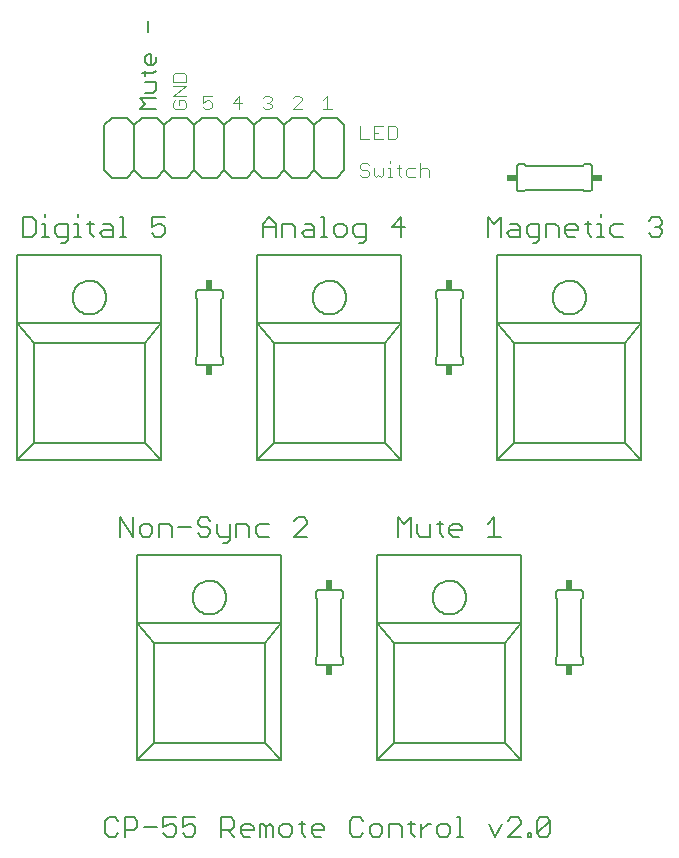
<source format=gto>
G75*
G70*
%OFA0B0*%
%FSLAX24Y24*%
%IPPOS*%
%LPD*%
%AMOC8*
5,1,8,0,0,1.08239X$1,22.5*
%
%ADD10C,0.0060*%
%ADD11C,0.0040*%
%ADD12C,0.0050*%
%ADD13C,0.0080*%
%ADD14R,0.0240X0.0340*%
%ADD15R,0.0340X0.0240*%
D10*
X005130Y001237D02*
X005237Y001130D01*
X005450Y001130D01*
X005557Y001237D01*
X005775Y001344D02*
X006095Y001344D01*
X006202Y001450D01*
X006202Y001664D01*
X006095Y001771D01*
X005775Y001771D01*
X005775Y001130D01*
X005557Y001664D02*
X005450Y001771D01*
X005237Y001771D01*
X005130Y001664D01*
X005130Y001237D01*
X006419Y001450D02*
X006846Y001450D01*
X007064Y001450D02*
X007277Y001557D01*
X007384Y001557D01*
X007491Y001450D01*
X007491Y001237D01*
X007384Y001130D01*
X007170Y001130D01*
X007064Y001237D01*
X007064Y001450D02*
X007064Y001771D01*
X007491Y001771D01*
X007708Y001771D02*
X007708Y001450D01*
X007922Y001557D01*
X008028Y001557D01*
X008135Y001450D01*
X008135Y001237D01*
X008028Y001130D01*
X007815Y001130D01*
X007708Y001237D01*
X007708Y001771D02*
X008135Y001771D01*
X008997Y001771D02*
X008997Y001130D01*
X008997Y001344D02*
X009318Y001344D01*
X009424Y001450D01*
X009424Y001664D01*
X009318Y001771D01*
X008997Y001771D01*
X009211Y001344D02*
X009424Y001130D01*
X009642Y001237D02*
X009642Y001450D01*
X009749Y001557D01*
X009962Y001557D01*
X010069Y001450D01*
X010069Y001344D01*
X009642Y001344D01*
X009642Y001237D02*
X009749Y001130D01*
X009962Y001130D01*
X010286Y001130D02*
X010286Y001557D01*
X010393Y001557D01*
X010500Y001450D01*
X010607Y001557D01*
X010713Y001450D01*
X010713Y001130D01*
X010500Y001130D02*
X010500Y001450D01*
X010931Y001450D02*
X010931Y001237D01*
X011038Y001130D01*
X011251Y001130D01*
X011358Y001237D01*
X011358Y001450D01*
X011251Y001557D01*
X011038Y001557D01*
X010931Y001450D01*
X011575Y001557D02*
X011789Y001557D01*
X011682Y001664D02*
X011682Y001237D01*
X011789Y001130D01*
X012005Y001237D02*
X012005Y001450D01*
X012112Y001557D01*
X012325Y001557D01*
X012432Y001450D01*
X012432Y001344D01*
X012005Y001344D01*
X012005Y001237D02*
X012112Y001130D01*
X012325Y001130D01*
X013294Y001237D02*
X013401Y001130D01*
X013615Y001130D01*
X013721Y001237D01*
X013939Y001237D02*
X014046Y001130D01*
X014259Y001130D01*
X014366Y001237D01*
X014366Y001450D01*
X014259Y001557D01*
X014046Y001557D01*
X013939Y001450D01*
X013939Y001237D01*
X013721Y001664D02*
X013615Y001771D01*
X013401Y001771D01*
X013294Y001664D01*
X013294Y001237D01*
X014583Y001130D02*
X014583Y001557D01*
X014904Y001557D01*
X015010Y001450D01*
X015010Y001130D01*
X015335Y001237D02*
X015441Y001130D01*
X015335Y001237D02*
X015335Y001664D01*
X015441Y001557D02*
X015228Y001557D01*
X015658Y001557D02*
X015658Y001130D01*
X015658Y001344D02*
X015871Y001557D01*
X015978Y001557D01*
X016195Y001450D02*
X016195Y001237D01*
X016302Y001130D01*
X016515Y001130D01*
X016622Y001237D01*
X016622Y001450D01*
X016515Y001557D01*
X016302Y001557D01*
X016195Y001450D01*
X016839Y001130D02*
X017053Y001130D01*
X016946Y001130D02*
X016946Y001771D01*
X016839Y001771D01*
X017914Y001557D02*
X018127Y001130D01*
X018341Y001557D01*
X018558Y001664D02*
X018665Y001771D01*
X018878Y001771D01*
X018985Y001664D01*
X018985Y001557D01*
X018558Y001130D01*
X018985Y001130D01*
X019203Y001130D02*
X019203Y001237D01*
X019309Y001237D01*
X019309Y001130D01*
X019203Y001130D01*
X019525Y001237D02*
X019952Y001664D01*
X019952Y001237D01*
X019845Y001130D01*
X019632Y001130D01*
X019525Y001237D01*
X019525Y001664D01*
X019632Y001771D01*
X019845Y001771D01*
X019952Y001664D01*
X020250Y006850D02*
X020950Y006850D01*
X020967Y006852D01*
X020984Y006856D01*
X021000Y006863D01*
X021014Y006873D01*
X021027Y006886D01*
X021037Y006900D01*
X021044Y006916D01*
X021048Y006933D01*
X021050Y006950D01*
X021050Y007100D01*
X021000Y007150D01*
X021000Y009050D01*
X021050Y009100D01*
X021050Y009250D01*
X021048Y009267D01*
X021044Y009284D01*
X021037Y009300D01*
X021027Y009314D01*
X021014Y009327D01*
X021000Y009337D01*
X020984Y009344D01*
X020967Y009348D01*
X020950Y009350D01*
X020250Y009350D01*
X020233Y009348D01*
X020216Y009344D01*
X020200Y009337D01*
X020186Y009327D01*
X020173Y009314D01*
X020163Y009300D01*
X020156Y009284D01*
X020152Y009267D01*
X020150Y009250D01*
X020150Y009100D01*
X020200Y009050D01*
X020200Y007150D01*
X020150Y007100D01*
X020150Y006950D01*
X020152Y006933D01*
X020156Y006916D01*
X020163Y006900D01*
X020173Y006886D01*
X020186Y006873D01*
X020200Y006863D01*
X020216Y006856D01*
X020233Y006852D01*
X020250Y006850D01*
X018315Y011130D02*
X017888Y011130D01*
X018101Y011130D02*
X018101Y011771D01*
X017888Y011557D01*
X017026Y011450D02*
X017026Y011344D01*
X016599Y011344D01*
X016599Y011450D02*
X016599Y011237D01*
X016706Y011130D01*
X016919Y011130D01*
X017026Y011450D02*
X016919Y011557D01*
X016706Y011557D01*
X016599Y011450D01*
X016383Y011557D02*
X016169Y011557D01*
X016276Y011664D02*
X016276Y011237D01*
X016383Y011130D01*
X015952Y011130D02*
X015952Y011557D01*
X015952Y011130D02*
X015631Y011130D01*
X015525Y011237D01*
X015525Y011557D01*
X015307Y011771D02*
X015307Y011130D01*
X014880Y011130D02*
X014880Y011771D01*
X015094Y011557D01*
X015307Y011771D01*
X012950Y009350D02*
X012250Y009350D01*
X012233Y009348D01*
X012216Y009344D01*
X012200Y009337D01*
X012186Y009327D01*
X012173Y009314D01*
X012163Y009300D01*
X012156Y009284D01*
X012152Y009267D01*
X012150Y009250D01*
X012150Y009100D01*
X012200Y009050D01*
X012200Y007150D01*
X012150Y007100D01*
X012150Y006950D01*
X012152Y006933D01*
X012156Y006916D01*
X012163Y006900D01*
X012173Y006886D01*
X012186Y006873D01*
X012200Y006863D01*
X012216Y006856D01*
X012233Y006852D01*
X012250Y006850D01*
X012950Y006850D01*
X012967Y006852D01*
X012984Y006856D01*
X013000Y006863D01*
X013014Y006873D01*
X013027Y006886D01*
X013037Y006900D01*
X013044Y006916D01*
X013048Y006933D01*
X013050Y006950D01*
X013050Y007100D01*
X013000Y007150D01*
X013000Y009050D01*
X013050Y009100D01*
X013050Y009250D01*
X013048Y009267D01*
X013044Y009284D01*
X013037Y009300D01*
X013027Y009314D01*
X013014Y009327D01*
X013000Y009337D01*
X012984Y009344D01*
X012967Y009348D01*
X012950Y009350D01*
X011858Y011130D02*
X011431Y011130D01*
X011858Y011557D01*
X011858Y011664D01*
X011751Y011771D01*
X011538Y011771D01*
X011431Y011664D01*
X010569Y011557D02*
X010249Y011557D01*
X010142Y011450D01*
X010142Y011237D01*
X010249Y011130D01*
X010569Y011130D01*
X009924Y011130D02*
X009924Y011450D01*
X009818Y011557D01*
X009497Y011557D01*
X009497Y011130D01*
X009280Y011130D02*
X008960Y011130D01*
X008853Y011237D01*
X008853Y011557D01*
X008635Y011664D02*
X008528Y011771D01*
X008315Y011771D01*
X008208Y011664D01*
X008208Y011557D01*
X008315Y011450D01*
X008528Y011450D01*
X008635Y011344D01*
X008635Y011237D01*
X008528Y011130D01*
X008315Y011130D01*
X008208Y011237D01*
X007991Y011450D02*
X007564Y011450D01*
X007346Y011450D02*
X007346Y011130D01*
X007346Y011450D02*
X007239Y011557D01*
X006919Y011557D01*
X006919Y011130D01*
X006702Y011237D02*
X006702Y011450D01*
X006595Y011557D01*
X006381Y011557D01*
X006275Y011450D01*
X006275Y011237D01*
X006381Y011130D01*
X006595Y011130D01*
X006702Y011237D01*
X006057Y011130D02*
X006057Y011771D01*
X005630Y011771D02*
X005630Y011130D01*
X006057Y011130D02*
X005630Y011771D01*
X009066Y010916D02*
X009173Y010916D01*
X009280Y011023D01*
X009280Y011557D01*
X008950Y016850D02*
X008250Y016850D01*
X008233Y016852D01*
X008216Y016856D01*
X008200Y016863D01*
X008186Y016873D01*
X008173Y016886D01*
X008163Y016900D01*
X008156Y016916D01*
X008152Y016933D01*
X008150Y016950D01*
X008150Y017100D01*
X008200Y017150D01*
X008200Y019050D01*
X008150Y019100D01*
X008150Y019250D01*
X008152Y019267D01*
X008156Y019284D01*
X008163Y019300D01*
X008173Y019314D01*
X008186Y019327D01*
X008200Y019337D01*
X008216Y019344D01*
X008233Y019348D01*
X008250Y019350D01*
X008950Y019350D01*
X008967Y019348D01*
X008984Y019344D01*
X009000Y019337D01*
X009014Y019327D01*
X009027Y019314D01*
X009037Y019300D01*
X009044Y019284D01*
X009048Y019267D01*
X009050Y019250D01*
X009050Y019100D01*
X009000Y019050D01*
X009000Y017150D01*
X009050Y017100D01*
X009050Y016950D01*
X009048Y016933D01*
X009044Y016916D01*
X009037Y016900D01*
X009027Y016886D01*
X009014Y016873D01*
X009000Y016863D01*
X008984Y016856D01*
X008967Y016852D01*
X008950Y016850D01*
X010380Y021130D02*
X010380Y021557D01*
X010594Y021771D01*
X010807Y021557D01*
X010807Y021130D01*
X011025Y021130D02*
X011025Y021557D01*
X011345Y021557D01*
X011452Y021450D01*
X011452Y021130D01*
X011669Y021237D02*
X011776Y021344D01*
X012096Y021344D01*
X012096Y021450D02*
X012096Y021130D01*
X011776Y021130D01*
X011669Y021237D01*
X011776Y021557D02*
X011989Y021557D01*
X012096Y021450D01*
X012314Y021130D02*
X012527Y021130D01*
X012420Y021130D02*
X012420Y021771D01*
X012314Y021771D01*
X012743Y021450D02*
X012743Y021237D01*
X012850Y021130D01*
X013064Y021130D01*
X013170Y021237D01*
X013170Y021450D01*
X013064Y021557D01*
X012850Y021557D01*
X012743Y021450D01*
X013388Y021450D02*
X013388Y021237D01*
X013495Y021130D01*
X013815Y021130D01*
X013815Y021023D02*
X013815Y021557D01*
X013495Y021557D01*
X013388Y021450D01*
X013601Y020916D02*
X013708Y020916D01*
X013815Y021023D01*
X014677Y021450D02*
X015104Y021450D01*
X014997Y021130D02*
X014997Y021771D01*
X014677Y021450D01*
X012850Y023100D02*
X013100Y023350D01*
X013100Y024850D01*
X012850Y025100D01*
X012350Y025100D01*
X012100Y024850D01*
X012100Y023350D01*
X012350Y023100D01*
X012850Y023100D01*
X012100Y023350D02*
X011850Y023100D01*
X011350Y023100D01*
X011100Y023350D01*
X011100Y024850D01*
X011350Y025100D01*
X011850Y025100D01*
X012100Y024850D01*
X011100Y024850D02*
X010850Y025100D01*
X010350Y025100D01*
X010100Y024850D01*
X010100Y023350D01*
X010350Y023100D01*
X010850Y023100D01*
X011100Y023350D01*
X010100Y023350D02*
X009850Y023100D01*
X009350Y023100D01*
X009100Y023350D01*
X009100Y024850D01*
X009350Y025100D01*
X009850Y025100D01*
X010100Y024850D01*
X009100Y024850D02*
X008850Y025100D01*
X008350Y025100D01*
X008100Y024850D01*
X008100Y023350D01*
X008350Y023100D01*
X008850Y023100D01*
X009100Y023350D01*
X008100Y023350D02*
X007850Y023100D01*
X007350Y023100D01*
X007100Y023350D01*
X007100Y024850D01*
X007350Y025100D01*
X007850Y025100D01*
X008100Y024850D01*
X007100Y024850D02*
X006850Y025100D01*
X006350Y025100D01*
X006100Y024850D01*
X006100Y023350D01*
X006350Y023100D01*
X006850Y023100D01*
X007100Y023350D01*
X006100Y023350D02*
X005850Y023100D01*
X005350Y023100D01*
X005100Y023350D01*
X005100Y024850D01*
X005350Y025100D01*
X005850Y025100D01*
X006100Y024850D01*
X005710Y021771D02*
X005710Y021130D01*
X005816Y021130D02*
X005603Y021130D01*
X005385Y021130D02*
X005385Y021450D01*
X005278Y021557D01*
X005065Y021557D01*
X005065Y021344D02*
X005385Y021344D01*
X005385Y021130D02*
X005065Y021130D01*
X004958Y021237D01*
X005065Y021344D01*
X004742Y021557D02*
X004528Y021557D01*
X004635Y021664D02*
X004635Y021237D01*
X004742Y021130D01*
X004312Y021130D02*
X004099Y021130D01*
X004206Y021130D02*
X004206Y021557D01*
X004099Y021557D01*
X003881Y021557D02*
X003561Y021557D01*
X003454Y021450D01*
X003454Y021237D01*
X003561Y021130D01*
X003881Y021130D01*
X003881Y021023D02*
X003775Y020916D01*
X003668Y020916D01*
X003881Y021023D02*
X003881Y021557D01*
X004206Y021771D02*
X004206Y021877D01*
X003131Y021877D02*
X003131Y021771D01*
X003131Y021557D02*
X003131Y021130D01*
X003025Y021130D02*
X003238Y021130D01*
X003131Y021557D02*
X003025Y021557D01*
X002807Y021664D02*
X002807Y021237D01*
X002700Y021130D01*
X002380Y021130D01*
X002380Y021771D01*
X002700Y021771D01*
X002807Y021664D01*
X005603Y021771D02*
X005710Y021771D01*
X006677Y021771D02*
X006677Y021450D01*
X006891Y021557D01*
X006997Y021557D01*
X007104Y021450D01*
X007104Y021237D01*
X006997Y021130D01*
X006784Y021130D01*
X006677Y021237D01*
X006677Y021771D02*
X007104Y021771D01*
X010380Y021450D02*
X010807Y021450D01*
X016150Y019250D02*
X016150Y019100D01*
X016200Y019050D01*
X016200Y017150D01*
X016150Y017100D01*
X016150Y016950D01*
X016152Y016933D01*
X016156Y016916D01*
X016163Y016900D01*
X016173Y016886D01*
X016186Y016873D01*
X016200Y016863D01*
X016216Y016856D01*
X016233Y016852D01*
X016250Y016850D01*
X016950Y016850D01*
X016967Y016852D01*
X016984Y016856D01*
X017000Y016863D01*
X017014Y016873D01*
X017027Y016886D01*
X017037Y016900D01*
X017044Y016916D01*
X017048Y016933D01*
X017050Y016950D01*
X017050Y017100D01*
X017000Y017150D01*
X017000Y019050D01*
X017050Y019100D01*
X017050Y019250D01*
X017048Y019267D01*
X017044Y019284D01*
X017037Y019300D01*
X017027Y019314D01*
X017014Y019327D01*
X017000Y019337D01*
X016984Y019344D01*
X016967Y019348D01*
X016950Y019350D01*
X016250Y019350D01*
X016233Y019348D01*
X016216Y019344D01*
X016200Y019337D01*
X016186Y019327D01*
X016173Y019314D01*
X016163Y019300D01*
X016156Y019284D01*
X016152Y019267D01*
X016150Y019250D01*
X017880Y021130D02*
X017880Y021771D01*
X018094Y021557D01*
X018307Y021771D01*
X018307Y021130D01*
X018525Y021237D02*
X018631Y021344D01*
X018952Y021344D01*
X018952Y021450D02*
X018952Y021130D01*
X018631Y021130D01*
X018525Y021237D01*
X018631Y021557D02*
X018845Y021557D01*
X018952Y021450D01*
X019169Y021450D02*
X019169Y021237D01*
X019276Y021130D01*
X019596Y021130D01*
X019596Y021023D02*
X019596Y021557D01*
X019276Y021557D01*
X019169Y021450D01*
X019383Y020916D02*
X019489Y020916D01*
X019596Y021023D01*
X019814Y021130D02*
X019814Y021557D01*
X020134Y021557D01*
X020241Y021450D01*
X020241Y021130D01*
X020458Y021237D02*
X020458Y021450D01*
X020565Y021557D01*
X020778Y021557D01*
X020885Y021450D01*
X020885Y021344D01*
X020458Y021344D01*
X020458Y021237D02*
X020565Y021130D01*
X020778Y021130D01*
X021103Y021557D02*
X021316Y021557D01*
X021210Y021664D02*
X021210Y021237D01*
X021316Y021130D01*
X021532Y021130D02*
X021746Y021130D01*
X021639Y021130D02*
X021639Y021557D01*
X021532Y021557D01*
X021639Y021771D02*
X021639Y021877D01*
X021962Y021450D02*
X021962Y021237D01*
X022069Y021130D01*
X022389Y021130D01*
X022389Y021557D02*
X022069Y021557D01*
X021962Y021450D01*
X021250Y022650D02*
X021100Y022650D01*
X021050Y022700D01*
X019150Y022700D01*
X019100Y022650D01*
X018950Y022650D01*
X018933Y022652D01*
X018916Y022656D01*
X018900Y022663D01*
X018886Y022673D01*
X018873Y022686D01*
X018863Y022700D01*
X018856Y022716D01*
X018852Y022733D01*
X018850Y022750D01*
X018850Y023450D01*
X018852Y023467D01*
X018856Y023484D01*
X018863Y023500D01*
X018873Y023514D01*
X018886Y023527D01*
X018900Y023537D01*
X018916Y023544D01*
X018933Y023548D01*
X018950Y023550D01*
X019100Y023550D01*
X019150Y023500D01*
X021050Y023500D01*
X021100Y023550D01*
X021250Y023550D01*
X021267Y023548D01*
X021284Y023544D01*
X021300Y023537D01*
X021314Y023527D01*
X021327Y023514D01*
X021337Y023500D01*
X021344Y023484D01*
X021348Y023467D01*
X021350Y023450D01*
X021350Y022750D01*
X021348Y022733D01*
X021344Y022716D01*
X021337Y022700D01*
X021327Y022686D01*
X021314Y022673D01*
X021300Y022663D01*
X021284Y022656D01*
X021267Y022652D01*
X021250Y022650D01*
X023251Y021664D02*
X023358Y021771D01*
X023572Y021771D01*
X023678Y021664D01*
X023678Y021557D01*
X023572Y021450D01*
X023678Y021344D01*
X023678Y021237D01*
X023572Y021130D01*
X023358Y021130D01*
X023251Y021237D01*
X023465Y021450D02*
X023572Y021450D01*
D11*
X015922Y023120D02*
X015922Y023350D01*
X015845Y023427D01*
X015692Y023427D01*
X015615Y023350D01*
X015462Y023427D02*
X015231Y023427D01*
X015155Y023350D01*
X015155Y023197D01*
X015231Y023120D01*
X015462Y023120D01*
X015615Y023120D02*
X015615Y023580D01*
X015001Y023427D02*
X014848Y023427D01*
X014924Y023504D02*
X014924Y023197D01*
X015001Y023120D01*
X014694Y023120D02*
X014541Y023120D01*
X014618Y023120D02*
X014618Y023427D01*
X014541Y023427D01*
X014387Y023427D02*
X014387Y023197D01*
X014311Y023120D01*
X014234Y023197D01*
X014157Y023120D01*
X014080Y023197D01*
X014080Y023427D01*
X013927Y023504D02*
X013850Y023580D01*
X013697Y023580D01*
X013620Y023504D01*
X013620Y023427D01*
X013697Y023350D01*
X013850Y023350D01*
X013927Y023273D01*
X013927Y023197D01*
X013850Y023120D01*
X013697Y023120D01*
X013620Y023197D01*
X014618Y023580D02*
X014618Y023657D01*
X014541Y024370D02*
X014771Y024370D01*
X014848Y024447D01*
X014848Y024754D01*
X014771Y024830D01*
X014541Y024830D01*
X014541Y024370D01*
X014387Y024370D02*
X014080Y024370D01*
X014080Y024830D01*
X014387Y024830D01*
X014234Y024600D02*
X014080Y024600D01*
X013927Y024370D02*
X013620Y024370D01*
X013620Y024830D01*
X012677Y025370D02*
X012370Y025370D01*
X012523Y025370D02*
X012523Y025830D01*
X012370Y025677D01*
X011677Y025677D02*
X011677Y025754D01*
X011600Y025830D01*
X011447Y025830D01*
X011370Y025754D01*
X011677Y025677D02*
X011370Y025370D01*
X011677Y025370D01*
X010677Y025447D02*
X010600Y025370D01*
X010447Y025370D01*
X010370Y025447D01*
X010523Y025600D02*
X010600Y025600D01*
X010677Y025523D01*
X010677Y025447D01*
X010600Y025600D02*
X010677Y025677D01*
X010677Y025754D01*
X010600Y025830D01*
X010447Y025830D01*
X010370Y025754D01*
X009677Y025600D02*
X009370Y025600D01*
X009600Y025830D01*
X009600Y025370D01*
X008677Y025447D02*
X008600Y025370D01*
X008447Y025370D01*
X008370Y025447D01*
X008370Y025600D02*
X008523Y025677D01*
X008600Y025677D01*
X008677Y025600D01*
X008677Y025447D01*
X008370Y025600D02*
X008370Y025830D01*
X008677Y025830D01*
X007830Y025830D02*
X007370Y025830D01*
X007830Y026137D01*
X007370Y026137D01*
X007370Y026291D02*
X007370Y026521D01*
X007446Y026598D01*
X007753Y026598D01*
X007830Y026521D01*
X007830Y026291D01*
X007370Y026291D01*
X007446Y025677D02*
X007370Y025600D01*
X007370Y025447D01*
X007446Y025370D01*
X007753Y025370D01*
X007830Y025447D01*
X007830Y025600D01*
X007753Y025677D01*
X007600Y025677D01*
X007600Y025523D01*
D12*
X006825Y025375D02*
X006275Y025375D01*
X006458Y025558D01*
X006275Y025742D01*
X006825Y025742D01*
X006733Y025927D02*
X006825Y026019D01*
X006825Y026294D01*
X006458Y026294D01*
X006458Y026480D02*
X006458Y026663D01*
X006366Y026572D02*
X006733Y026572D01*
X006825Y026663D01*
X006733Y026848D02*
X006825Y026940D01*
X006825Y027123D01*
X006642Y027215D02*
X006642Y026848D01*
X006733Y026848D02*
X006550Y026848D01*
X006458Y026940D01*
X006458Y027123D01*
X006550Y027215D01*
X006642Y027215D01*
X006550Y027953D02*
X006550Y028320D01*
X006458Y025927D02*
X006733Y025927D01*
D13*
X007002Y020507D02*
X002198Y020507D01*
X002198Y018267D01*
X002750Y017600D01*
X002750Y014250D01*
X006450Y014250D01*
X006450Y017600D01*
X007002Y018267D01*
X002198Y018267D01*
X002198Y013693D01*
X002750Y014250D01*
X002198Y013693D02*
X007002Y013693D01*
X006450Y014250D01*
X007002Y013693D02*
X007002Y018267D01*
X007002Y020507D01*
X004041Y019100D02*
X004043Y019147D01*
X004049Y019193D01*
X004059Y019239D01*
X004072Y019284D01*
X004089Y019327D01*
X004110Y019369D01*
X004134Y019409D01*
X004162Y019447D01*
X004193Y019483D01*
X004226Y019515D01*
X004262Y019545D01*
X004300Y019572D01*
X004341Y019595D01*
X004383Y019615D01*
X004427Y019632D01*
X004472Y019644D01*
X004518Y019653D01*
X004565Y019658D01*
X004612Y019659D01*
X004658Y019656D01*
X004705Y019649D01*
X004750Y019638D01*
X004795Y019624D01*
X004838Y019606D01*
X004879Y019584D01*
X004919Y019559D01*
X004956Y019531D01*
X004991Y019499D01*
X005023Y019465D01*
X005052Y019429D01*
X005078Y019390D01*
X005101Y019349D01*
X005120Y019306D01*
X005135Y019262D01*
X005147Y019216D01*
X005155Y019170D01*
X005159Y019123D01*
X005159Y019077D01*
X005155Y019030D01*
X005147Y018984D01*
X005135Y018938D01*
X005120Y018894D01*
X005101Y018851D01*
X005078Y018810D01*
X005052Y018771D01*
X005023Y018735D01*
X004991Y018701D01*
X004956Y018669D01*
X004919Y018641D01*
X004880Y018616D01*
X004838Y018594D01*
X004795Y018576D01*
X004750Y018562D01*
X004705Y018551D01*
X004658Y018544D01*
X004612Y018541D01*
X004565Y018542D01*
X004518Y018547D01*
X004472Y018556D01*
X004427Y018568D01*
X004383Y018585D01*
X004341Y018605D01*
X004300Y018628D01*
X004262Y018655D01*
X004226Y018685D01*
X004193Y018717D01*
X004162Y018753D01*
X004134Y018791D01*
X004110Y018831D01*
X004089Y018873D01*
X004072Y018916D01*
X004059Y018961D01*
X004049Y019007D01*
X004043Y019053D01*
X004041Y019100D01*
X002750Y017600D02*
X006450Y017600D01*
X010198Y018267D02*
X010198Y013693D01*
X010750Y014250D01*
X010750Y017600D01*
X014450Y017600D01*
X014450Y014250D01*
X015002Y013693D01*
X015002Y018267D01*
X014450Y017600D01*
X015002Y018267D02*
X010198Y018267D01*
X010750Y017600D01*
X010198Y018267D02*
X010198Y020507D01*
X015002Y020507D01*
X015002Y018267D01*
X012041Y019100D02*
X012043Y019147D01*
X012049Y019193D01*
X012059Y019239D01*
X012072Y019284D01*
X012089Y019327D01*
X012110Y019369D01*
X012134Y019409D01*
X012162Y019447D01*
X012193Y019483D01*
X012226Y019515D01*
X012262Y019545D01*
X012300Y019572D01*
X012341Y019595D01*
X012383Y019615D01*
X012427Y019632D01*
X012472Y019644D01*
X012518Y019653D01*
X012565Y019658D01*
X012612Y019659D01*
X012658Y019656D01*
X012705Y019649D01*
X012750Y019638D01*
X012795Y019624D01*
X012838Y019606D01*
X012879Y019584D01*
X012919Y019559D01*
X012956Y019531D01*
X012991Y019499D01*
X013023Y019465D01*
X013052Y019429D01*
X013078Y019390D01*
X013101Y019349D01*
X013120Y019306D01*
X013135Y019262D01*
X013147Y019216D01*
X013155Y019170D01*
X013159Y019123D01*
X013159Y019077D01*
X013155Y019030D01*
X013147Y018984D01*
X013135Y018938D01*
X013120Y018894D01*
X013101Y018851D01*
X013078Y018810D01*
X013052Y018771D01*
X013023Y018735D01*
X012991Y018701D01*
X012956Y018669D01*
X012919Y018641D01*
X012880Y018616D01*
X012838Y018594D01*
X012795Y018576D01*
X012750Y018562D01*
X012705Y018551D01*
X012658Y018544D01*
X012612Y018541D01*
X012565Y018542D01*
X012518Y018547D01*
X012472Y018556D01*
X012427Y018568D01*
X012383Y018585D01*
X012341Y018605D01*
X012300Y018628D01*
X012262Y018655D01*
X012226Y018685D01*
X012193Y018717D01*
X012162Y018753D01*
X012134Y018791D01*
X012110Y018831D01*
X012089Y018873D01*
X012072Y018916D01*
X012059Y018961D01*
X012049Y019007D01*
X012043Y019053D01*
X012041Y019100D01*
X010750Y014250D02*
X014450Y014250D01*
X015002Y013693D02*
X010198Y013693D01*
X011002Y010507D02*
X006198Y010507D01*
X006198Y008267D01*
X006750Y007600D01*
X006750Y004250D01*
X010450Y004250D01*
X010450Y007600D01*
X011002Y008267D01*
X006198Y008267D01*
X006198Y003693D01*
X006750Y004250D01*
X006198Y003693D02*
X011002Y003693D01*
X010450Y004250D01*
X011002Y003693D02*
X011002Y008267D01*
X011002Y010507D01*
X008041Y009100D02*
X008043Y009147D01*
X008049Y009193D01*
X008059Y009239D01*
X008072Y009284D01*
X008089Y009327D01*
X008110Y009369D01*
X008134Y009409D01*
X008162Y009447D01*
X008193Y009483D01*
X008226Y009515D01*
X008262Y009545D01*
X008300Y009572D01*
X008341Y009595D01*
X008383Y009615D01*
X008427Y009632D01*
X008472Y009644D01*
X008518Y009653D01*
X008565Y009658D01*
X008612Y009659D01*
X008658Y009656D01*
X008705Y009649D01*
X008750Y009638D01*
X008795Y009624D01*
X008838Y009606D01*
X008879Y009584D01*
X008919Y009559D01*
X008956Y009531D01*
X008991Y009499D01*
X009023Y009465D01*
X009052Y009429D01*
X009078Y009390D01*
X009101Y009349D01*
X009120Y009306D01*
X009135Y009262D01*
X009147Y009216D01*
X009155Y009170D01*
X009159Y009123D01*
X009159Y009077D01*
X009155Y009030D01*
X009147Y008984D01*
X009135Y008938D01*
X009120Y008894D01*
X009101Y008851D01*
X009078Y008810D01*
X009052Y008771D01*
X009023Y008735D01*
X008991Y008701D01*
X008956Y008669D01*
X008919Y008641D01*
X008880Y008616D01*
X008838Y008594D01*
X008795Y008576D01*
X008750Y008562D01*
X008705Y008551D01*
X008658Y008544D01*
X008612Y008541D01*
X008565Y008542D01*
X008518Y008547D01*
X008472Y008556D01*
X008427Y008568D01*
X008383Y008585D01*
X008341Y008605D01*
X008300Y008628D01*
X008262Y008655D01*
X008226Y008685D01*
X008193Y008717D01*
X008162Y008753D01*
X008134Y008791D01*
X008110Y008831D01*
X008089Y008873D01*
X008072Y008916D01*
X008059Y008961D01*
X008049Y009007D01*
X008043Y009053D01*
X008041Y009100D01*
X006750Y007600D02*
X010450Y007600D01*
X014198Y008267D02*
X014198Y003693D01*
X014750Y004250D01*
X014750Y007600D01*
X018450Y007600D01*
X018450Y004250D01*
X019002Y003693D01*
X019002Y008267D01*
X018450Y007600D01*
X019002Y008267D02*
X014198Y008267D01*
X014750Y007600D01*
X014198Y008267D02*
X014198Y010507D01*
X019002Y010507D01*
X019002Y008267D01*
X016041Y009100D02*
X016043Y009147D01*
X016049Y009193D01*
X016059Y009239D01*
X016072Y009284D01*
X016089Y009327D01*
X016110Y009369D01*
X016134Y009409D01*
X016162Y009447D01*
X016193Y009483D01*
X016226Y009515D01*
X016262Y009545D01*
X016300Y009572D01*
X016341Y009595D01*
X016383Y009615D01*
X016427Y009632D01*
X016472Y009644D01*
X016518Y009653D01*
X016565Y009658D01*
X016612Y009659D01*
X016658Y009656D01*
X016705Y009649D01*
X016750Y009638D01*
X016795Y009624D01*
X016838Y009606D01*
X016879Y009584D01*
X016919Y009559D01*
X016956Y009531D01*
X016991Y009499D01*
X017023Y009465D01*
X017052Y009429D01*
X017078Y009390D01*
X017101Y009349D01*
X017120Y009306D01*
X017135Y009262D01*
X017147Y009216D01*
X017155Y009170D01*
X017159Y009123D01*
X017159Y009077D01*
X017155Y009030D01*
X017147Y008984D01*
X017135Y008938D01*
X017120Y008894D01*
X017101Y008851D01*
X017078Y008810D01*
X017052Y008771D01*
X017023Y008735D01*
X016991Y008701D01*
X016956Y008669D01*
X016919Y008641D01*
X016880Y008616D01*
X016838Y008594D01*
X016795Y008576D01*
X016750Y008562D01*
X016705Y008551D01*
X016658Y008544D01*
X016612Y008541D01*
X016565Y008542D01*
X016518Y008547D01*
X016472Y008556D01*
X016427Y008568D01*
X016383Y008585D01*
X016341Y008605D01*
X016300Y008628D01*
X016262Y008655D01*
X016226Y008685D01*
X016193Y008717D01*
X016162Y008753D01*
X016134Y008791D01*
X016110Y008831D01*
X016089Y008873D01*
X016072Y008916D01*
X016059Y008961D01*
X016049Y009007D01*
X016043Y009053D01*
X016041Y009100D01*
X018198Y013693D02*
X018750Y014250D01*
X018750Y017600D01*
X022450Y017600D01*
X022450Y014250D01*
X023002Y013693D01*
X023002Y018267D01*
X022450Y017600D01*
X023002Y018267D02*
X018198Y018267D01*
X018750Y017600D01*
X018198Y018267D02*
X018198Y013693D01*
X023002Y013693D01*
X022450Y014250D02*
X018750Y014250D01*
X018198Y018267D02*
X018198Y020507D01*
X023002Y020507D01*
X023002Y018267D01*
X020041Y019100D02*
X020043Y019147D01*
X020049Y019193D01*
X020059Y019239D01*
X020072Y019284D01*
X020089Y019327D01*
X020110Y019369D01*
X020134Y019409D01*
X020162Y019447D01*
X020193Y019483D01*
X020226Y019515D01*
X020262Y019545D01*
X020300Y019572D01*
X020341Y019595D01*
X020383Y019615D01*
X020427Y019632D01*
X020472Y019644D01*
X020518Y019653D01*
X020565Y019658D01*
X020612Y019659D01*
X020658Y019656D01*
X020705Y019649D01*
X020750Y019638D01*
X020795Y019624D01*
X020838Y019606D01*
X020879Y019584D01*
X020919Y019559D01*
X020956Y019531D01*
X020991Y019499D01*
X021023Y019465D01*
X021052Y019429D01*
X021078Y019390D01*
X021101Y019349D01*
X021120Y019306D01*
X021135Y019262D01*
X021147Y019216D01*
X021155Y019170D01*
X021159Y019123D01*
X021159Y019077D01*
X021155Y019030D01*
X021147Y018984D01*
X021135Y018938D01*
X021120Y018894D01*
X021101Y018851D01*
X021078Y018810D01*
X021052Y018771D01*
X021023Y018735D01*
X020991Y018701D01*
X020956Y018669D01*
X020919Y018641D01*
X020880Y018616D01*
X020838Y018594D01*
X020795Y018576D01*
X020750Y018562D01*
X020705Y018551D01*
X020658Y018544D01*
X020612Y018541D01*
X020565Y018542D01*
X020518Y018547D01*
X020472Y018556D01*
X020427Y018568D01*
X020383Y018585D01*
X020341Y018605D01*
X020300Y018628D01*
X020262Y018655D01*
X020226Y018685D01*
X020193Y018717D01*
X020162Y018753D01*
X020134Y018791D01*
X020110Y018831D01*
X020089Y018873D01*
X020072Y018916D01*
X020059Y018961D01*
X020049Y019007D01*
X020043Y019053D01*
X020041Y019100D01*
X018450Y004250D02*
X014750Y004250D01*
X014198Y003693D02*
X019002Y003693D01*
D14*
X020600Y006680D03*
X020600Y009520D03*
X016600Y016680D03*
X016600Y019520D03*
X008600Y019520D03*
X008600Y016680D03*
X012600Y009520D03*
X012600Y006680D03*
D15*
X018680Y023100D03*
X021520Y023100D03*
M02*

</source>
